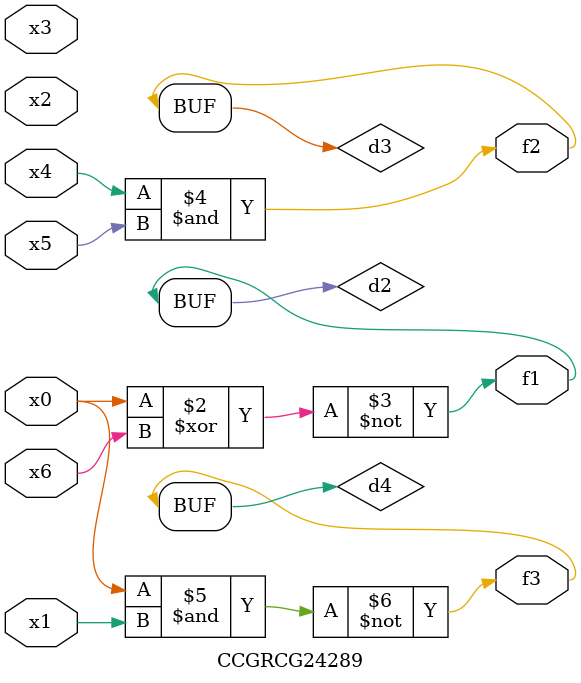
<source format=v>
module CCGRCG24289(
	input x0, x1, x2, x3, x4, x5, x6,
	output f1, f2, f3
);

	wire d1, d2, d3, d4;

	nor (d1, x0);
	xnor (d2, x0, x6);
	and (d3, x4, x5);
	nand (d4, x0, x1);
	assign f1 = d2;
	assign f2 = d3;
	assign f3 = d4;
endmodule

</source>
